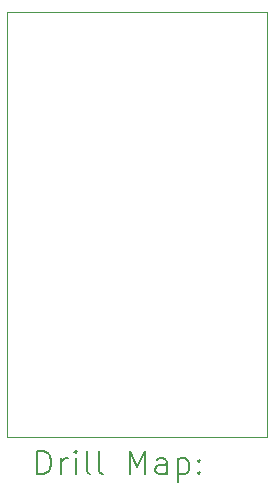
<source format=gbr>
%TF.GenerationSoftware,KiCad,Pcbnew,7.0.9*%
%TF.CreationDate,2024-03-22T21:38:28+01:00*%
%TF.ProjectId,KorrySmallPCB,4b6f7272-7953-46d6-916c-6c5043422e6b,rev?*%
%TF.SameCoordinates,Original*%
%TF.FileFunction,Drillmap*%
%TF.FilePolarity,Positive*%
%FSLAX45Y45*%
G04 Gerber Fmt 4.5, Leading zero omitted, Abs format (unit mm)*
G04 Created by KiCad (PCBNEW 7.0.9) date 2024-03-22 21:38:28*
%MOMM*%
%LPD*%
G01*
G04 APERTURE LIST*
%ADD10C,0.100000*%
%ADD11C,0.200000*%
G04 APERTURE END LIST*
D10*
X7965000Y-1257500D02*
X7965000Y-2350000D01*
X5765000Y-1257500D02*
X7965000Y-1257500D01*
X5765000Y-2350000D02*
X5765000Y-1257500D01*
X5765000Y-2850000D02*
X5765000Y-2350000D01*
X7965000Y-3950000D02*
X7965000Y-4350000D01*
X6515000Y-4850000D02*
X5765000Y-4850000D01*
X7215000Y-4850000D02*
X6515000Y-4850000D01*
X7965000Y-2350000D02*
X7965000Y-2750000D01*
X7965000Y-4350000D02*
X7965000Y-4850000D01*
X5765000Y-3850000D02*
X5765000Y-2850000D01*
X7965000Y-4850000D02*
X7215000Y-4850000D01*
X7965000Y-2750000D02*
X7965000Y-3950000D01*
X5765000Y-4850000D02*
X5765000Y-3850000D01*
D11*
X6020777Y-5166484D02*
X6020777Y-4966484D01*
X6020777Y-4966484D02*
X6068396Y-4966484D01*
X6068396Y-4966484D02*
X6096967Y-4976008D01*
X6096967Y-4976008D02*
X6116015Y-4995055D01*
X6116015Y-4995055D02*
X6125539Y-5014103D01*
X6125539Y-5014103D02*
X6135062Y-5052198D01*
X6135062Y-5052198D02*
X6135062Y-5080770D01*
X6135062Y-5080770D02*
X6125539Y-5118865D01*
X6125539Y-5118865D02*
X6116015Y-5137912D01*
X6116015Y-5137912D02*
X6096967Y-5156960D01*
X6096967Y-5156960D02*
X6068396Y-5166484D01*
X6068396Y-5166484D02*
X6020777Y-5166484D01*
X6220777Y-5166484D02*
X6220777Y-5033150D01*
X6220777Y-5071246D02*
X6230301Y-5052198D01*
X6230301Y-5052198D02*
X6239824Y-5042674D01*
X6239824Y-5042674D02*
X6258872Y-5033150D01*
X6258872Y-5033150D02*
X6277920Y-5033150D01*
X6344586Y-5166484D02*
X6344586Y-5033150D01*
X6344586Y-4966484D02*
X6335062Y-4976008D01*
X6335062Y-4976008D02*
X6344586Y-4985531D01*
X6344586Y-4985531D02*
X6354110Y-4976008D01*
X6354110Y-4976008D02*
X6344586Y-4966484D01*
X6344586Y-4966484D02*
X6344586Y-4985531D01*
X6468396Y-5166484D02*
X6449348Y-5156960D01*
X6449348Y-5156960D02*
X6439824Y-5137912D01*
X6439824Y-5137912D02*
X6439824Y-4966484D01*
X6573158Y-5166484D02*
X6554110Y-5156960D01*
X6554110Y-5156960D02*
X6544586Y-5137912D01*
X6544586Y-5137912D02*
X6544586Y-4966484D01*
X6801729Y-5166484D02*
X6801729Y-4966484D01*
X6801729Y-4966484D02*
X6868396Y-5109341D01*
X6868396Y-5109341D02*
X6935062Y-4966484D01*
X6935062Y-4966484D02*
X6935062Y-5166484D01*
X7116015Y-5166484D02*
X7116015Y-5061722D01*
X7116015Y-5061722D02*
X7106491Y-5042674D01*
X7106491Y-5042674D02*
X7087443Y-5033150D01*
X7087443Y-5033150D02*
X7049348Y-5033150D01*
X7049348Y-5033150D02*
X7030301Y-5042674D01*
X7116015Y-5156960D02*
X7096967Y-5166484D01*
X7096967Y-5166484D02*
X7049348Y-5166484D01*
X7049348Y-5166484D02*
X7030301Y-5156960D01*
X7030301Y-5156960D02*
X7020777Y-5137912D01*
X7020777Y-5137912D02*
X7020777Y-5118865D01*
X7020777Y-5118865D02*
X7030301Y-5099817D01*
X7030301Y-5099817D02*
X7049348Y-5090293D01*
X7049348Y-5090293D02*
X7096967Y-5090293D01*
X7096967Y-5090293D02*
X7116015Y-5080770D01*
X7211253Y-5033150D02*
X7211253Y-5233150D01*
X7211253Y-5042674D02*
X7230301Y-5033150D01*
X7230301Y-5033150D02*
X7268396Y-5033150D01*
X7268396Y-5033150D02*
X7287443Y-5042674D01*
X7287443Y-5042674D02*
X7296967Y-5052198D01*
X7296967Y-5052198D02*
X7306491Y-5071246D01*
X7306491Y-5071246D02*
X7306491Y-5128389D01*
X7306491Y-5128389D02*
X7296967Y-5147436D01*
X7296967Y-5147436D02*
X7287443Y-5156960D01*
X7287443Y-5156960D02*
X7268396Y-5166484D01*
X7268396Y-5166484D02*
X7230301Y-5166484D01*
X7230301Y-5166484D02*
X7211253Y-5156960D01*
X7392205Y-5147436D02*
X7401729Y-5156960D01*
X7401729Y-5156960D02*
X7392205Y-5166484D01*
X7392205Y-5166484D02*
X7382682Y-5156960D01*
X7382682Y-5156960D02*
X7392205Y-5147436D01*
X7392205Y-5147436D02*
X7392205Y-5166484D01*
X7392205Y-5042674D02*
X7401729Y-5052198D01*
X7401729Y-5052198D02*
X7392205Y-5061722D01*
X7392205Y-5061722D02*
X7382682Y-5052198D01*
X7382682Y-5052198D02*
X7392205Y-5042674D01*
X7392205Y-5042674D02*
X7392205Y-5061722D01*
M02*

</source>
